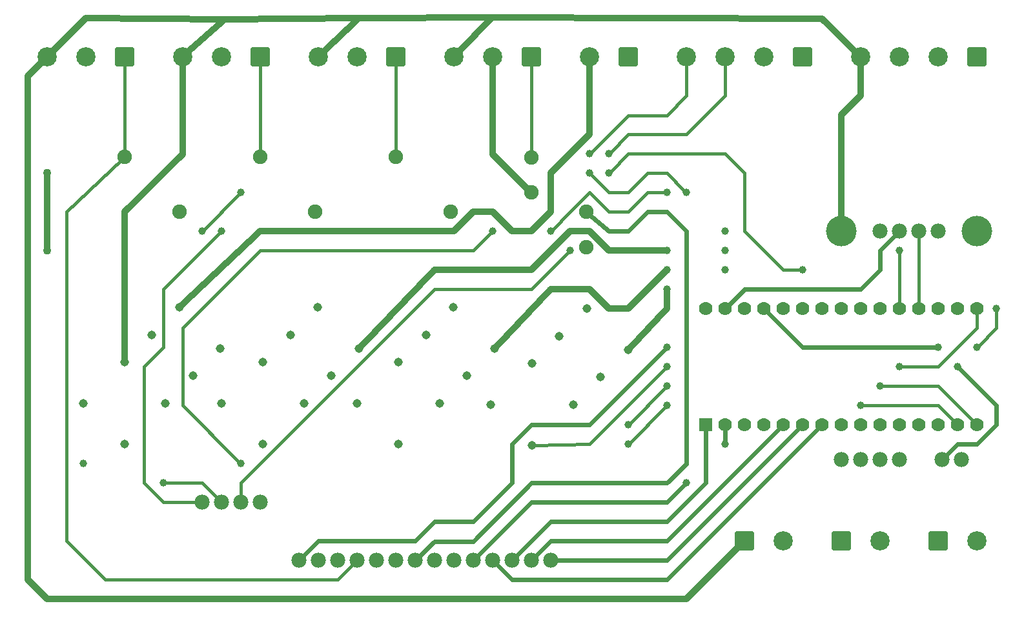
<source format=gbl>
G04 MADE WITH FRITZING*
G04 WWW.FRITZING.ORG*
G04 DOUBLE SIDED*
G04 HOLES PLATED*
G04 CONTOUR ON CENTER OF CONTOUR VECTOR*
%ASAXBY*%
%FSLAX23Y23*%
%MOIN*%
%OFA0B0*%
%SFA1.0B1.0*%
%ADD10C,0.157480*%
%ADD11C,0.078000*%
%ADD12C,0.039370*%
%ADD13C,0.043307*%
%ADD14C,0.070000*%
%ADD15C,0.099055*%
%ADD16C,0.045000*%
%ADD17C,0.075000*%
%ADD18R,0.070000X0.069972*%
%ADD19C,0.024000*%
%ADD20C,0.032000*%
%ADD21C,0.016000*%
%ADD22C,0.020000*%
%LNCOPPER0*%
G90*
G70*
G54D10*
X5008Y1980D03*
X4308Y1980D03*
G54D11*
X4808Y1980D03*
X4708Y1980D03*
X4608Y1980D03*
X4508Y1980D03*
G54D12*
X4608Y1880D03*
X3008Y2380D03*
X1108Y1980D03*
X3108Y2380D03*
X808Y680D03*
X3408Y2180D03*
X2808Y1980D03*
X2908Y1880D03*
X3508Y2180D03*
X3008Y2280D03*
X2508Y1980D03*
X1208Y780D03*
X3508Y680D03*
X3708Y880D03*
G54D13*
X208Y1880D03*
X208Y2280D03*
G54D12*
X1208Y2180D03*
X1008Y1980D03*
X395Y780D03*
X3408Y1880D03*
X3408Y1780D03*
X3408Y1680D03*
X3708Y1980D03*
X3708Y1880D03*
X3708Y1780D03*
X3408Y1080D03*
X4408Y1080D03*
X4508Y1180D03*
X3408Y1180D03*
X3208Y880D03*
X3208Y980D03*
X3408Y1280D03*
X4608Y1280D03*
X3408Y1380D03*
X5108Y1580D03*
X5008Y1380D03*
X4108Y1780D03*
X3108Y2280D03*
G54D11*
X1308Y580D03*
X1208Y580D03*
X1108Y580D03*
X1008Y580D03*
X4608Y800D03*
X4508Y800D03*
X4408Y800D03*
X4308Y800D03*
X4928Y800D03*
X4828Y800D03*
G54D12*
X4808Y1380D03*
X4908Y1280D03*
G54D14*
X3608Y980D03*
X3708Y980D03*
X3808Y980D03*
X3908Y980D03*
X4008Y980D03*
X4108Y980D03*
X4208Y980D03*
X4308Y980D03*
X4408Y980D03*
X4508Y980D03*
X4608Y980D03*
X4708Y980D03*
X4808Y980D03*
X4908Y980D03*
X5008Y980D03*
X3608Y1580D03*
X3708Y1580D03*
X3808Y1580D03*
X3908Y1580D03*
X4008Y1580D03*
X4108Y1580D03*
X4208Y1580D03*
X4308Y1580D03*
X4408Y1580D03*
X4508Y1580D03*
X4608Y1580D03*
X4708Y1580D03*
X4808Y1580D03*
X4908Y1580D03*
X5008Y1580D03*
G54D15*
X3208Y2880D03*
X3008Y2880D03*
X4108Y2880D03*
X3908Y2880D03*
X3708Y2880D03*
X3508Y2880D03*
X5008Y2880D03*
X4808Y2880D03*
X4608Y2880D03*
X4408Y2880D03*
X2708Y2880D03*
X2508Y2880D03*
X2308Y2880D03*
X2008Y2880D03*
X1808Y2880D03*
X1608Y2880D03*
X1308Y2880D03*
X1108Y2880D03*
X908Y2880D03*
X608Y2880D03*
X408Y2880D03*
X208Y2880D03*
X4308Y380D03*
X4508Y380D03*
X4808Y380D03*
X5008Y380D03*
X3808Y380D03*
X4008Y380D03*
G54D16*
X2924Y1085D03*
X2995Y1580D03*
X2853Y1438D03*
X2712Y1297D03*
X2500Y1085D03*
X2712Y873D03*
X3065Y1226D03*
X3207Y1368D03*
X2234Y1092D03*
X2305Y1587D03*
X2164Y1445D03*
X2022Y1304D03*
X1810Y1092D03*
X2022Y880D03*
X2376Y1233D03*
X2517Y1375D03*
X820Y1092D03*
X891Y1587D03*
X750Y1445D03*
X608Y1304D03*
X396Y1092D03*
X608Y880D03*
X962Y1233D03*
X1103Y1375D03*
X1534Y1092D03*
X1605Y1587D03*
X1464Y1445D03*
X1322Y1304D03*
X1110Y1092D03*
X1322Y880D03*
X1676Y1233D03*
X1817Y1375D03*
G54D17*
X2708Y2362D03*
X2991Y2079D03*
X2008Y2364D03*
X2291Y2081D03*
X1308Y2364D03*
X1591Y2081D03*
X608Y2363D03*
X891Y2080D03*
X2708Y2180D03*
X2991Y1897D03*
G54D11*
X2808Y280D03*
X2708Y280D03*
X2608Y280D03*
X2508Y280D03*
X2408Y280D03*
X2308Y280D03*
X2208Y280D03*
X2108Y280D03*
X2008Y280D03*
X1908Y280D03*
X1808Y280D03*
X1708Y280D03*
X1608Y280D03*
X1508Y280D03*
G54D18*
X3608Y980D03*
G54D19*
X3408Y379D02*
X2808Y379D01*
D02*
X2808Y379D02*
X2722Y293D01*
D02*
X3995Y967D02*
X3408Y379D01*
G54D20*
D02*
X4309Y2579D02*
X4309Y2180D01*
D02*
X4409Y2679D02*
X4309Y2579D01*
D02*
X4309Y2180D02*
X4308Y2043D01*
D02*
X4408Y2850D02*
X4409Y2679D01*
G54D19*
D02*
X4508Y1780D02*
X4408Y1680D01*
D02*
X4508Y1880D02*
X4508Y1780D01*
D02*
X4408Y1680D02*
X4308Y1680D01*
D02*
X4308Y1680D02*
X3808Y1680D01*
D02*
X3808Y1680D02*
X3721Y1592D01*
D02*
X4595Y1966D02*
X4508Y1880D01*
G54D21*
D02*
X4708Y1961D02*
X4708Y1598D01*
D02*
X4608Y1598D02*
X4608Y1872D01*
D02*
X807Y1679D02*
X807Y1380D01*
D02*
X807Y1380D02*
X709Y1281D01*
D02*
X707Y679D02*
X807Y581D01*
D02*
X807Y581D02*
X989Y580D01*
D02*
X709Y1281D02*
X707Y679D01*
D02*
X1103Y1974D02*
X807Y1679D01*
D02*
X3210Y2481D02*
X3408Y2481D01*
D02*
X3710Y2679D02*
X3708Y2850D01*
D02*
X3408Y2481D02*
X3508Y2481D01*
D02*
X3508Y2481D02*
X3710Y2679D01*
D02*
X3114Y2385D02*
X3210Y2481D01*
D02*
X3408Y2578D02*
X3210Y2578D01*
D02*
X3210Y2578D02*
X3014Y2385D01*
D02*
X3508Y2679D02*
X3408Y2578D01*
D02*
X3508Y2850D02*
X3508Y2679D01*
D02*
X1008Y679D02*
X1095Y593D01*
D02*
X816Y680D02*
X1008Y679D01*
D02*
X3209Y2080D02*
X3307Y2179D01*
D02*
X3307Y2179D02*
X3307Y2181D01*
D02*
X3007Y2181D02*
X3108Y2080D01*
D02*
X3108Y2080D02*
X3209Y2080D01*
D02*
X2908Y2079D02*
X3007Y2181D01*
D02*
X3307Y2181D02*
X3400Y2180D01*
D02*
X2814Y1985D02*
X2908Y2079D01*
D02*
X2708Y1679D02*
X2903Y1874D01*
D02*
X2209Y1679D02*
X2708Y1679D01*
D02*
X2009Y1479D02*
X2209Y1679D01*
D02*
X1208Y680D02*
X2009Y1479D01*
D02*
X1208Y599D02*
X1208Y680D01*
D02*
X3807Y1980D02*
X4008Y1779D01*
D02*
X3807Y2281D02*
X3807Y1980D01*
D02*
X3707Y2381D02*
X3807Y2281D01*
D02*
X4008Y1779D02*
X4100Y1780D01*
D02*
X3509Y2380D02*
X3707Y2381D01*
D02*
X3209Y2380D02*
X3509Y2380D01*
D02*
X3114Y2285D02*
X3209Y2380D01*
D02*
X3408Y2279D02*
X3307Y2279D01*
D02*
X3108Y2181D02*
X3014Y2274D01*
D02*
X3209Y2181D02*
X3108Y2181D01*
D02*
X3307Y2279D02*
X3209Y2181D01*
D02*
X3503Y2185D02*
X3408Y2279D01*
D02*
X908Y1080D02*
X908Y1280D01*
D02*
X908Y1280D02*
X908Y1479D01*
D02*
X908Y1479D02*
X1308Y1879D01*
D02*
X1308Y1879D02*
X2409Y1879D01*
D02*
X2409Y1879D02*
X2503Y1974D01*
D02*
X1203Y785D02*
X908Y1080D01*
G54D20*
D02*
X107Y179D02*
X107Y2780D01*
D02*
X3509Y79D02*
X209Y79D01*
D02*
X209Y79D02*
X107Y179D01*
D02*
X107Y2780D02*
X187Y2859D01*
D02*
X3787Y359D02*
X3509Y79D01*
D02*
X410Y3079D02*
X229Y2901D01*
D02*
X1125Y3075D02*
X410Y3079D01*
D02*
X930Y2900D02*
X1125Y3075D01*
D02*
X1817Y3079D02*
X1630Y2900D01*
D02*
X1125Y3075D02*
X1817Y3079D01*
D02*
X2505Y3083D02*
X2329Y2901D01*
D02*
X1817Y3079D02*
X2505Y3083D01*
D02*
X4210Y3078D02*
X4387Y2901D01*
D02*
X2505Y3083D02*
X4210Y3078D01*
G54D19*
D02*
X3308Y280D02*
X3408Y280D01*
D02*
X2909Y279D02*
X3308Y280D01*
D02*
X3908Y781D02*
X4008Y880D01*
D02*
X3809Y679D02*
X3908Y781D01*
D02*
X3408Y280D02*
X3809Y679D01*
D02*
X4008Y880D02*
X4095Y967D01*
D02*
X2827Y280D02*
X2909Y279D01*
D02*
X3608Y679D02*
X3608Y962D01*
D02*
X3408Y479D02*
X3608Y679D01*
D02*
X2809Y479D02*
X3408Y479D01*
D02*
X2622Y293D02*
X2809Y479D01*
D02*
X3708Y888D02*
X3708Y962D01*
D02*
X2609Y179D02*
X2522Y266D01*
D02*
X3408Y179D02*
X2609Y179D01*
D02*
X3809Y580D02*
X3408Y179D01*
D02*
X4109Y880D02*
X3809Y580D01*
D02*
X4195Y967D02*
X4109Y880D01*
G54D20*
D02*
X208Y2270D02*
X208Y1890D01*
G54D21*
D02*
X608Y2381D02*
X608Y2850D01*
D02*
X1308Y2381D02*
X1308Y2850D01*
D02*
X2009Y2487D02*
X2008Y2850D01*
D02*
X2008Y2381D02*
X2009Y2487D01*
D02*
X2708Y2380D02*
X2708Y2850D01*
G54D20*
D02*
X2508Y2378D02*
X2696Y2192D01*
D02*
X2508Y2850D02*
X2508Y2378D01*
G54D21*
D02*
X308Y381D02*
X309Y678D01*
D02*
X309Y2081D02*
X595Y2351D01*
D02*
X309Y678D02*
X309Y2081D01*
D02*
X508Y179D02*
X308Y381D01*
D02*
X1709Y179D02*
X508Y179D01*
D02*
X1795Y266D02*
X1709Y179D01*
G54D19*
D02*
X3408Y2080D02*
X3507Y1979D01*
D02*
X3307Y2080D02*
X3408Y2080D01*
D02*
X3509Y1679D02*
X3507Y778D01*
D02*
X3507Y1979D02*
X3509Y1679D01*
D02*
X3507Y778D02*
X3409Y681D01*
D02*
X3409Y681D02*
X2707Y681D01*
D02*
X2707Y681D02*
X2408Y378D01*
D02*
X2408Y378D02*
X2209Y378D01*
D02*
X2209Y378D02*
X2122Y293D01*
D02*
X3209Y1979D02*
X3307Y2080D01*
D02*
X3108Y1979D02*
X3209Y1979D01*
D02*
X3004Y2068D02*
X3108Y1979D01*
G54D20*
D02*
X1307Y1981D02*
X1709Y1979D01*
D02*
X2508Y2079D02*
X2609Y1980D01*
D02*
X2307Y1980D02*
X2408Y2079D01*
D02*
X2408Y2079D02*
X2508Y2079D01*
D02*
X2609Y1980D02*
X2709Y1979D01*
D02*
X1709Y1979D02*
X2307Y1980D01*
D02*
X2809Y2079D02*
X2809Y2279D01*
D02*
X2809Y2279D02*
X3008Y2481D01*
D02*
X3008Y2481D02*
X3008Y2850D01*
D02*
X2709Y1979D02*
X2809Y2079D01*
D02*
X899Y1594D02*
X1307Y1981D01*
G54D19*
D02*
X3409Y580D02*
X2708Y580D01*
D02*
X2708Y580D02*
X2422Y293D01*
D02*
X3503Y674D02*
X3409Y580D01*
G54D21*
D02*
X1014Y1985D02*
X1203Y2174D01*
G54D20*
D02*
X607Y2081D02*
X908Y2378D01*
D02*
X908Y2378D02*
X908Y2850D01*
D02*
X607Y1679D02*
X607Y2081D01*
D02*
X608Y1315D02*
X607Y1679D01*
D02*
X2209Y1781D02*
X1824Y1382D01*
D02*
X2708Y1781D02*
X2209Y1781D01*
D02*
X2908Y1979D02*
X2708Y1781D01*
D02*
X3209Y1880D02*
X3108Y1880D01*
D02*
X3108Y1880D02*
X3007Y1979D01*
D02*
X3007Y1979D02*
X2908Y1979D01*
D02*
X3307Y1881D02*
X3209Y1880D01*
D02*
X3400Y1880D02*
X3307Y1881D01*
D02*
X3408Y1580D02*
X3214Y1375D01*
D02*
X3408Y1672D02*
X3408Y1580D01*
D02*
X2808Y1679D02*
X2524Y1382D01*
D02*
X3108Y1580D02*
X3008Y1679D01*
D02*
X3008Y1679D02*
X2808Y1679D01*
D02*
X3209Y1580D02*
X3108Y1580D01*
D02*
X3403Y1774D02*
X3209Y1580D01*
G54D21*
D02*
X4809Y1080D02*
X4896Y993D01*
D02*
X4416Y1080D02*
X4809Y1080D01*
D02*
X4809Y1180D02*
X4995Y993D01*
D02*
X4516Y1180D02*
X4809Y1180D01*
D02*
X3214Y985D02*
X3403Y1174D01*
D02*
X3403Y1074D02*
X3214Y885D01*
D02*
X5009Y1479D02*
X5008Y1562D01*
D02*
X4809Y1281D02*
X5009Y1479D01*
D02*
X4616Y1280D02*
X4809Y1281D01*
D02*
X3409Y1281D02*
X3414Y1285D01*
D02*
X3008Y879D02*
X3409Y1281D01*
D02*
X2722Y873D02*
X3008Y879D01*
G54D19*
D02*
X2708Y979D02*
X3009Y979D01*
D02*
X2609Y681D02*
X2609Y879D01*
D02*
X2408Y479D02*
X2609Y681D01*
D02*
X2209Y479D02*
X2408Y479D01*
D02*
X2107Y380D02*
X2209Y479D01*
D02*
X1807Y381D02*
X2107Y380D01*
D02*
X1607Y380D02*
X1807Y381D01*
D02*
X2609Y879D02*
X2708Y979D01*
D02*
X3009Y979D02*
X3403Y1374D01*
D02*
X1522Y293D02*
X1607Y380D01*
G54D21*
D02*
X5107Y1479D02*
X5108Y1572D01*
D02*
X5014Y1385D02*
X5107Y1479D01*
G54D19*
D02*
X4109Y1380D02*
X3921Y1567D01*
D02*
X4800Y1380D02*
X4109Y1380D01*
D02*
X5109Y979D02*
X5108Y1080D01*
D02*
X4907Y879D02*
X5009Y879D01*
D02*
X5009Y879D02*
X5109Y979D01*
D02*
X5108Y1080D02*
X4914Y1274D01*
D02*
X4841Y814D02*
X4907Y879D01*
G54D22*
X3248Y2840D02*
X3169Y2840D01*
X3169Y2919D01*
X3248Y2919D01*
X3248Y2840D01*
D02*
X4148Y2840D02*
X4069Y2840D01*
X4069Y2919D01*
X4148Y2919D01*
X4148Y2840D01*
D02*
X5048Y2840D02*
X4969Y2840D01*
X4969Y2919D01*
X5048Y2919D01*
X5048Y2840D01*
D02*
X2748Y2840D02*
X2669Y2840D01*
X2669Y2919D01*
X2748Y2919D01*
X2748Y2840D01*
D02*
X2048Y2840D02*
X1969Y2840D01*
X1969Y2919D01*
X2048Y2919D01*
X2048Y2840D01*
D02*
X1348Y2840D02*
X1269Y2840D01*
X1269Y2919D01*
X1348Y2919D01*
X1348Y2840D01*
D02*
X648Y2840D02*
X569Y2840D01*
X569Y2919D01*
X648Y2919D01*
X648Y2840D01*
D02*
X4269Y419D02*
X4348Y419D01*
X4348Y340D01*
X4269Y340D01*
X4269Y419D01*
D02*
X4769Y419D02*
X4848Y419D01*
X4848Y340D01*
X4769Y340D01*
X4769Y419D01*
D02*
X3769Y419D02*
X3848Y419D01*
X3848Y340D01*
X3769Y340D01*
X3769Y419D01*
D02*
G04 End of Copper0*
M02*
</source>
